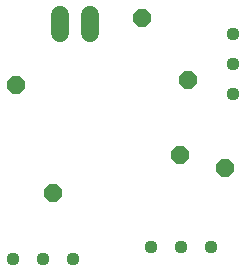
<source format=gbr>
G04 EAGLE Gerber RS-274X export*
G75*
%MOMM*%
%FSLAX34Y34*%
%LPD*%
%INTop Copper*%
%IPPOS*%
%AMOC8*
5,1,8,0,0,1.08239X$1,22.5*%
G01*
%ADD10C,1.117600*%
%ADD11C,1.524000*%
%ADD12P,1.649562X8X22.500000*%


D10*
X226638Y223994D03*
X226638Y198594D03*
X226638Y173194D03*
X157452Y43606D03*
X182852Y43606D03*
X208252Y43606D03*
X40438Y33216D03*
X65838Y33216D03*
X91238Y33216D03*
D11*
X105376Y224262D02*
X105376Y239502D01*
X79976Y239502D02*
X79976Y224262D01*
D12*
X149151Y237233D03*
X42393Y180280D03*
X181892Y121240D03*
X188204Y184873D03*
X73697Y88863D03*
X219478Y110286D03*
M02*

</source>
